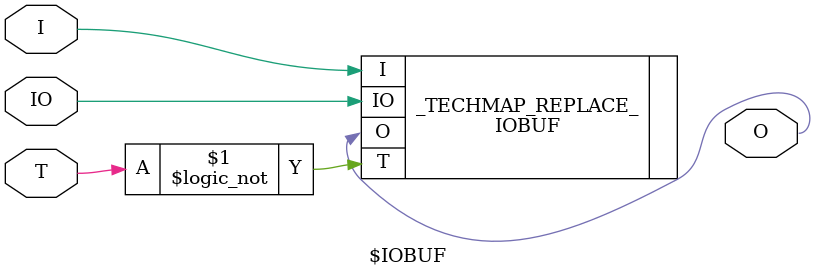
<source format=v>
module \$IOBUF (
  input  I,
  input  T,
  output O,
  inout  IO
);

  IOBUF _TECHMAP_REPLACE_ (
  .I(I),
  .T(!T),
  .O(O),
  .IO(IO),
  );

endmodule

</source>
